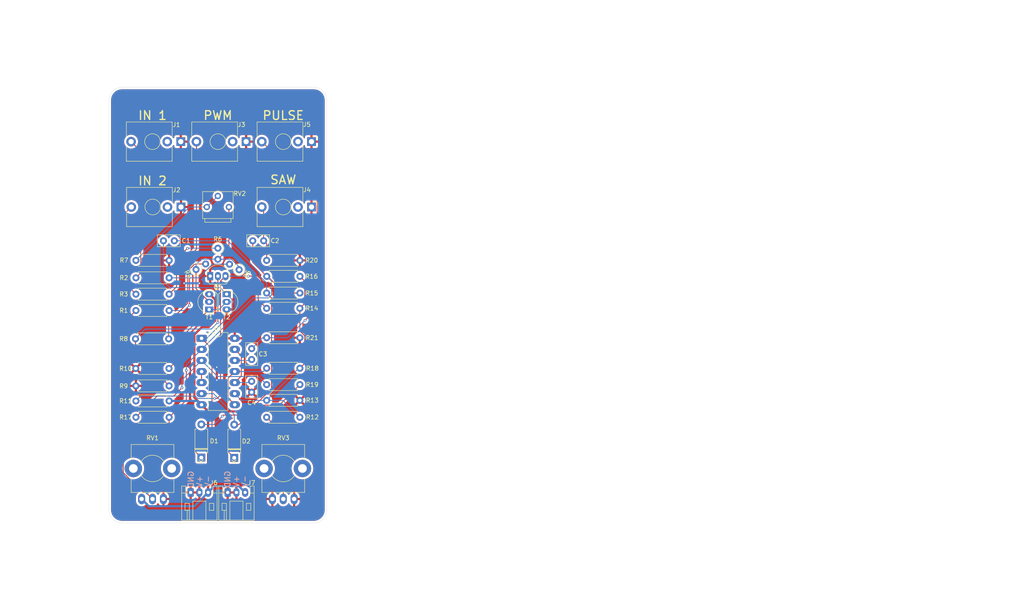
<source format=kicad_pcb>
(kicad_pcb (version 20241229) (generator "pcbnew") (generator_version "9.0")
  (layers (0 "F.Cu" signal) (2 "B.Cu" signal) (13 "F.Paste" user) (15 "B.Paste" user) (5 "F.SilkS" user "F.Silkscreen") (7 "B.SilkS" user "B.Silkscreen") (1 "F.Mask" user) (3 "B.Mask" user) (25 "Edge.Cuts" user))
  (net 0 "")
  (net 1 "Net-(D1-A)")
  (net 2 "Net-(D2-K)")
  (net 3 "Net-(D1-K)")
  (net 4 "Net-(C2-Pad2)")
  (net 5 "Net-(C3-Pad1)")
  (net 6 "Net-(C3-Pad2)")
  (net 7 "Net-(D2-A)")
  (net 9 "GND")
  (net 10 "Net-(J1-PadT)")
  (net 11 "Net-(J2-PadT)")
  (net 13 "Net-(J3-PadT)")
  (net 17 "VDD")
  (net 18 "Net-(Q1-B)")
  (net 19 "Net-(Q1-E)")
  (net 20 "Net-(R1-Pad2)")
  (net 21 "Net-(R1-Pad1)")
  (net 22 "Net-(R2-Pad2)")
  (net 23 "Net-(R3-Pad2)")
  (net 24 "Net-(T1-B)")
  (net 25 "Net-(R7-Pad1)")
  (net 26 "Net-(T1-C)")
  (net 27 "VSS")
  (net 28 "Net-(R12-Pad1)")
  (net 29 "Net-(R12-Pad2)")
  (net 30 "Net-(R17-Pad2)")
  (net 31 "Net-(R18-Pad2)")
  (net 32 "Net-(U1-Pad4)")
  (net 33 "Net-(C4-Pad2)")
  (footprint "HackSynth:Potentiometer_Alps_RK09K_Horizontal" (layer "F.Cu") (at 90 137.5)
    (property "Reference" "RV3" (at 0 -7 0) (layer "F.SilkS"))
    (property "Value" "PW ADJUST")
    (pad "" np_thru_hole circle (at -4.4 0 90) (size 4 4) (drill 2) (layers "*.Cu" "*.Mask"))
    (pad "" np_thru_hole circle (at 4.4 0 90) (size 4 4) (drill 2) (layers "*.Cu" "*.Mask"))
    (pad "1" thru_hole oval (at 2.500001 7 90) (size 2.4 1.6) (drill 1) (layers "*.Cu" "*.Mask") (net 9 "GND"))
    (pad "2" thru_hole oval (at 0 7 90) (size 2.4 1.6) (drill 1) (layers "*.Cu" "*.Mask") (net 28 "Net-(R12-Pad1)"))
    (pad "3" thru_hole oval (at -2.500001 7 90) (size 2.4 1.6) (drill 1) (layers "*.Cu" "*.Mask") (net 9 "GND"))
  )
  (footprint "HackSynth:TO-92_Inline - Handsolder" (layer "F.Cu") (at 73.73 93.36)
    (property "Reference" "Q1" (at 1.28 2.56 0) (layer "F.SilkS"))
    (property "Value" "NPN")
    (pad "1" thru_hole rect (at -0.5 0) (size 1.35 1.9) (drill 0.75) (layers "*.Cu" "*.Mask") (net 9 "GND"))
    (pad "2" thru_hole oval (at 1.27 0) (size 1.35 1.9) (drill 0.75) (layers "*.Cu" "*.Mask") (net 18 "Net-(Q1-B)"))
    (pad "3" thru_hole oval (at 3 0) (size 1.35 1.9) (drill 0.75) (layers "*.Cu" "*.Mask") (net 19 "Net-(Q1-E)"))
  )
  (footprint "Resistor_THT:R_Axial_DIN0207_L6.3mm_D2.5mm_P7.62mm_Horizontal" (layer "F.Cu") (at 56.19 89.75)
    (property "Reference" "R7" (at -2.74 -0.025 0) (layer "F.SilkS"))
    (property "Value" "1.5k")
    (pad "1" thru_hole circle (at 0 0) (size 1.6 1.6) (drill 0.8) (layers "*.Cu" "*.Mask") (net 25 "Net-(R7-Pad1)"))
    (pad "2" thru_hole oval (at 7.62 0) (size 1.6 1.6) (drill 0.8) (layers "*.Cu" "*.Mask") (net 9 "GND"))
  )
  (footprint "Resistor_THT:R_Axial_DIN0207_L6.3mm_D2.5mm_P7.62mm_Horizontal" (layer "F.Cu") (at 56.19 97.5)
    (property "Reference" "R3" (at -2.79 0 0) (layer "F.SilkS"))
    (property "Value" "100k")
    (pad "1" thru_hole circle (at 0 0) (size 1.6 1.6) (drill 0.8) (layers "*.Cu" "*.Mask") (net 11 "Net-(J2-PadT)"))
    (pad "2" thru_hole oval (at 7.62 0) (size 1.6 1.6) (drill 0.8) (layers "*.Cu" "*.Mask") (net 23 "Net-(R3-Pad2)"))
  )
  (footprint "HackSynth:Jack_3.5mm" (layer "F.Cu") (at 75 62.5 90)
    (property "Reference" "J3" (at 3.9 5.425 180) (layer "F.SilkS"))
    (property "Value" "PWM")
    (pad "G" thru_hole rect (at 0 6.48 90) (size 2 2) (drill 1.2) (layers "*.Cu" "*.Mask") (net 9 "GND"))
    (pad "S" thru_hole circle (at 0 3.38 90) (size 2.2 2.2) (drill 1.2) (layers "*.Cu" "*.Mask"))
    (pad "T" thru_hole circle (at 0 -4.92 90) (size 2.2 2.2) (drill 1.2) (layers "*.Cu" "*.Mask") (net 13 "Net-(J3-PadT)"))
    (zone (net 0) (net_name "") (layer "F.Cu") (connect_pads (clearance 0)) (min_thickness 0.254)
      (keepout (tracks not_allowed) (vias not_allowed) (pads not_allowed) (copperpour not_allowed) (footprints not_allowed))
      (fill (thermal_gap 0.508) (thermal_bridge_width 0.508))
      (polygon (pts (xy 75 64.005141) (xy 75.245829 63.98493) (xy 75.485055 63.924841) (xy 75.711256 63.826486) (xy 75.918355 63.692508) (xy 76.10079 63.526504) (xy 76.253664 63.332932) (xy 76.372869 63.116992) (xy 76.455206 62.884482) (xy 76.498461 62.641646) (xy 76.501475 62.395007) (xy 76.464165 62.151187) (xy 76.387534 61.916734) (xy 76.27364 61.697946) (xy 76.125542 61.500697) (xy 75.947216 61.330286) (xy 75.743452 61.191288) (xy 75.519722 61.087436) (xy 75.282035 61.021519) (xy 75.036774 60.995308) (xy 74.790525 61.009507) (xy 74.549901 61.063734) (xy 74.321366 61.156532) (xy 74.111055 61.285411) (xy 73.924618 61.446908) (xy 73.767061 61.636687) (xy 73.642615 61.84965) (xy 73.554623 62.080079) (xy 73.505447 62.321785) (xy 73.496408 62.568278) (xy 73.52775 62.812936) (xy 73.59863 63.049191) (xy 73.707144 63.270697) (xy 73.850379 63.471505) (xy 74.024488 63.646223) (xy 74.224795 63.790158) (xy 74.445921 63.899445) (xy 74.681926 63.971149) (xy 74.926474 64.003344)))
    )
  )
  (footprint "HackSynth:JST_PH_S3B-PH-K_1x03_P2.00mm_Horizontal" (layer "F.Cu") (at 68.75 143)
    (property "Reference" "J6" (at 5.325 -2.225 0) (layer "F.SilkS"))
    (property "Value" "Conn_01x03_Pin")
    (fp_text user "GND" (at 0.05 -5.05 90) (layer "B.SilkS") (effects (font (size 1.27 1.27) (thickness 0.2)) (justify left mirror)))
    (fp_text user "+V" (at 2.05 -3.95 90) (layer "B.SilkS") (effects (font (size 1.27 1.27) (thickness 0.2)) (justify left mirror)))
    (fp_text user "-V" (at 3.975 -3.975 90) (layer "B.SilkS") (effects (font (size 1.27 1.27) (thickness 0.2)) (justify left mirror)))
    (pad "1" thru_hole roundrect (at 0 0) (size 1.4 2) (drill 0.75) (layers "*.Cu" "*.Mask") (roundrect_rratio 0.208333) (net 9 "GND"))
    (pad "2" thru_hole oval (at 2 0) (size 1.4 2) (drill 0.75) (layers "*.Cu" "*.Mask") (net 9 "GND"))
    (pad "3" thru_hole oval (at 4 0) (size 1.4 2) (drill 0.75) (layers "*.Cu" "*.Mask") (net 27 "VSS"))
  )
  (footprint "Resistor_THT:R_Axial_DIN0207_L6.3mm_D2.5mm_P7.62mm_Horizontal" (layer "F.Cu") (at 86.19 107.5)
    (property "Reference" "R21" (at 10.41 0.01 0) (layer "F.SilkS"))
    (property "Value" "100k")
    (pad "1" thru_hole circle (at 0 0) (size 1.6 1.6) (drill 0.8) (layers "*.Cu" "*.Mask") (net 6 "Net-(C3-Pad2)"))
    (pad "2" thru_hole oval (at 7.62 0) (size 1.6 1.6) (drill 0.8) (layers "*.Cu" "*.Mask") (net 9 "GND"))
  )
  (footprint "Capacitor_THT:C_Disc_D5.0mm_W2.5mm_P2.50mm" (layer "F.Cu") (at 82.75 112.5 90)
    (property "Reference" "C3" (at 1.25 2.59 180) (layer "F.SilkS"))
    (property "Value" "220nF")
    (pad "1" thru_hole circle (at 0 0 90) (size 1.6 1.6) (drill 0.8) (layers "*.Cu" "*.Mask") (net 5 "Net-(C3-Pad1)"))
    (pad "2" thru_hole circle (at 2.5 0 90) (size 1.6 1.6) (drill 0.8) (layers "*.Cu" "*.Mask") (net 6 "Net-(C3-Pad2)"))
  )
  (footprint "Resistor_THT:R_Axial_DIN0207_L6.3mm_D2.5mm_P2.54mm_Vertical" (layer "F.Cu") (at 79.874997 91.8925 150)
    (property "Reference" "R5" (at -2.15255 0.02168 240) (layer "F.SilkS"))
    (property "Value" "10k NTC")
    (pad "1" thru_hole circle (at 0 0 150) (size 1.6 1.6) (drill 0.8) (layers "*.Cu" "*.Mask") (net 24 "Net-(T1-B)"))
    (pad "2" thru_hole oval (at 2.54 0 150) (size 1.6 1.6) (drill 0.8) (layers "*.Cu" "*.Mask") (net 22 "Net-(R2-Pad2)"))
  )
  (footprint "HackSynth:Jack_3.5mm" (layer "F.Cu") (at 60 62.5 90)
    (property "Reference" "J1" (at 3.875 5.5 180) (layer "F.SilkS"))
    (property "Value" "CV IN 1")
    (pad "G" thru_hole rect (at 0 6.48 90) (size 2 2) (drill 1.2) (layers "*.Cu" "*.Mask") (net 9 "GND"))
    (pad "S" thru_hole circle (at 0 3.38 90) (size 2.2 2.2) (drill 1.2) (layers "*.Cu" "*.Mask"))
    (pad "T" thru_hole circle (at 0 -4.92 90) (size 2.2 2.2) (drill 1.2) (layers "*.Cu" "*.Mask") (net 10 "Net-(J1-PadT)"))
    (zone (net 0) (net_name "") (layer "F.Cu") (connect_pads (clearance 0)) (min_thickness 0.254)
      (keepout (tracks not_allowed) (vias not_allowed) (pads not_allowed) (copperpour not_allowed) (footprints not_allowed))
      (fill (thermal_gap 0.508) (thermal_bridge_width 0.508))
      (polygon (pts (xy 60 64.005141) (xy 60.245829 63.98493) (xy 60.485055 63.924841) (xy 60.711256 63.826486) (xy 60.918355 63.692508) (xy 61.10079 63.526504) (xy 61.253664 63.332932) (xy 61.372869 63.116992) (xy 61.455206 62.884482) (xy 61.498461 62.641646) (xy 61.501475 62.395007) (xy 61.464165 62.151187) (xy 61.387534 61.916734) (xy 61.27364 61.697946) (xy 61.125542 61.500697) (xy 60.947216 61.330286) (xy 60.743452 61.191288) (xy 60.519722 61.087436) (xy 60.282035 61.021519) (xy 60.036774 60.995308) (xy 59.790525 61.009507) (xy 59.549901 61.063734) (xy 59.321366 61.156532) (xy 59.111055 61.285411) (xy 58.924618 61.446908) (xy 58.767061 61.636687) (xy 58.642615 61.84965) (xy 58.554623 62.080079) (xy 58.505447 62.321785) (xy 58.496408 62.568278) (xy 58.52775 62.812936) (xy 58.59863 63.049191) (xy 58.707144 63.270697) (xy 58.850379 63.471505) (xy 59.024488 63.646223) (xy 59.224795 63.790158) (xy 59.445921 63.899445) (xy 59.681926 63.971149) (xy 59.926474 64.003344)))
    )
  )
  (footprint "Resistor_THT:R_Axial_DIN0207_L6.3mm_D2.5mm_P7.62mm_Horizontal" (layer "F.Cu") (at 86.193333 89.75)
    (property "Reference" "R20" (at 10.326667 -0.01 0) (layer "F.SilkS"))
    (property "Value" "100k")
    (pad "1" thru_hole circle (at 0 0) (size 1.6 1.6) (drill 0.8) (layers "*.Cu" "*.Mask") (net 4 "Net-(C2-Pad2)"))
    (pad "2" thru_hole oval (at 7.62 0) (size 1.6 1.6) (drill 0.8) (layers "*.Cu" "*.Mask") (net 9 "GND"))
  )
  (footprint "Resistor_THT:R_Axial_DIN0207_L6.3mm_D2.5mm_P7.62mm_Horizontal" (layer "F.Cu") (at 56.19 122)
    (property "Reference" "R11" (at -2.365 0 0) (layer "F.SilkS"))
    (property "Value" "10k")
    (pad "1" thru_hole circle (at 0 0) (size 1.6 1.6) (drill 0.8) (layers "*.Cu" "*.Mask") (net 19 "Net-(Q1-E)"))
    (pad "2" thru_hole oval (at 7.62 0) (size 1.6 1.6) (drill 0.8) (layers "*.Cu" "*.Mask") (net 27 "VSS"))
  )
  (footprint "Resistor_THT:R_Axial_DIN0207_L6.3mm_D2.5mm_P7.62mm_Horizontal" (layer "F.Cu") (at 86.19 125.75)
    (property "Reference" "R12" (at 10.5 -0.03 0) (layer "F.SilkS"))
    (property "Value" "100k")
    (pad "1" thru_hole circle (at 0 0) (size 1.6 1.6) (drill 0.8) (layers "*.Cu" "*.Mask") (net 28 "Net-(R12-Pad1)"))
    (pad "2" thru_hole oval (at 7.62 0) (size 1.6 1.6) (drill 0.8) (layers "*.Cu" "*.Mask") (net 29 "Net-(R12-Pad2)"))
  )
  (footprint "Capacitor_THT:C_Disc_D5.0mm_W2.5mm_P2.50mm" (layer "F.Cu") (at 62.5 85.25)
    (property "Reference" "C1" (at 5.19 0.01 0) (layer "F.SilkS"))
    (property "Value" "2.2nF")
    (pad "1" thru_hole circle (at 0 0) (size 1.6 1.6) (drill 0.8) (layers "*.Cu" "*.Mask") (net 2 "Net-(D2-K)"))
    (pad "2" thru_hole circle (at 2.5 0) (size 1.6 1.6) (drill 0.8) (layers "*.Cu" "*.Mask") (net 1 "Net-(D1-A)"))
  )
  (footprint "Resistor_THT:R_Axial_DIN0207_L6.3mm_D2.5mm_P7.62mm_Horizontal" (layer "F.Cu") (at 86.21 93.41)
    (property "Reference" "R16" (at 10.29 0.015 0) (layer "F.SilkS"))
    (property "Value" "47k")
    (pad "1" thru_hole circle (at 0 0) (size 1.6 1.6) (drill 0.8) (layers "*.Cu" "*.Mask") (net 3 "Net-(D1-K)"))
    (pad "2" thru_hole oval (at 7.62 0) (size 1.6 1.6) (drill 0.8) (layers "*.Cu" "*.Mask") (net 29 "Net-(R12-Pad2)"))
  )
  (footprint "Resistor_THT:R_Axial_DIN0207_L6.3mm_D2.5mm_P7.62mm_Horizontal" (layer "F.Cu") (at 63.71 107.75 180)
    (property "Reference" "R8" (at 10.335 0 180) (layer "F.SilkS"))
    (property "Value" "100k")
    (pad "1" thru_hole circle (at 0 0 180) (size 1.6 1.6) (drill 0.8) (layers "*.Cu" "*.Mask") (net 13 "Net-(J3-PadT)"))
    (pad "2" thru_hole oval (at 7.62 0 180) (size 1.6 1.6) (drill 0.8) (layers "*.Cu" "*.Mask") (net 18 "Net-(Q1-B)"))
  )
  (footprint "HackSynth:DIP-14_W7.62mm_LongPads" (layer "F.Cu") (at 71.25 107.63)
    (property "Reference" "U1" (at 3.81 -2.33 0) (layer "F.SilkS"))
    (property "Value" "4069")
    (pad "1" thru_hole roundrect (at 0 0) (size 2.4 1.6) (drill 0.8) (layers "*.Cu" "*.Mask") (roundrect_rratio 0.15625) (net 2 "Net-(D2-K)"))
    (pad "2" thru_hole oval (at 0 2.54) (size 2.4 1.6) (drill 0.8) (layers "*.Cu" "*.Mask") (net 3 "Net-(D1-K)"))
    (pad "3" thru_hole oval (at 0 5.08) (size 2.4 1.6) (drill 0.8) (layers "*.Cu" "*.Mask") (net 30 "Net-(R17-Pad2)"))
    (pad "4" thru_hole oval (at 0 7.62) (size 2.4 1.6) (drill 0.8) (layers "*.Cu" "*.Mask") (net 32 "Net-(U1-Pad4)"))
    (pad "5" thru_hole oval (at 0 10.16) (size 2.4 1.6) (drill 0.8) (layers "*.Cu" "*.Mask") (net 32 "Net-(U1-Pad4)"))
    (pad "6" thru_hole oval (at 0 12.7) (size 2.4 1.6) (drill 0.8) (layers "*.Cu" "*.Mask") (net 7 "Net-(D2-A)"))
    (pad "7" thru_hole oval (at 0 15.24) (size 2.4 1.6) (drill 0.8) (layers "*.Cu" "*.Mask") (net 27 "VSS"))
    (pad "8" thru_hole oval (at 7.62 15.24) (size 2.4 1.6) (drill 0.8) (layers "*.Cu" "*.Mask") (net 31 "Net-(R18-Pad2)"))
    (pad "9" thru_hole oval (at 7.62 12.7) (size 2.4 1.6) (drill 0.8) (layers "*.Cu" "*.Mask") (net 29 "Net-(R12-Pad2)"))
    (pad "10" thru_hole oval (at 7.62 10.16) (size 2.4 1.6) (drill 0.8) (layers "*.Cu" "*.Mask") (net 33 "Net-(C4-Pad2)"))
    (pad "11" thru_hole oval (at 7.62 7.62) (size 2.4 1.6) (drill 0.8) (layers "*.Cu" "*.Mask") (net 31 "Net-(R18-Pad2)"))
    (pad "12" thru_hole oval (at 7.62 5.08) (size 2.4 1.6) (drill 0.8) (layers "*.Cu" "*.Mask") (net 5 "Net-(C3-Pad1)"))
    (pad "13" thru_hole oval (at 7.62 2.54) (size 2.4 1.6) (drill 0.8) (layers "*.Cu" "*.Mask") (net 33 "Net-(C4-Pad2)"))
    (pad "14" thru_hole oval (at 7.62 0) (size 2.4 1.6) (drill 0.8) (layers "*.Cu" "*.Mask") (net 9 "GND"))
  )
  (footprint "Diode_THT:D_A-405_P7.62mm_Horizontal" (layer "F.Cu") (at 71.2 135.01 90)
    (property "Reference" "D1" (at 3.81 2.93 180) (layer "F.SilkS"))
    (property "Value" "D" (hide yes))
    (fp_text user "K" (at -0.79 0 90) (layer "F.SilkS"))
    (pad "1" thru_hole rect (at 0 0 90) (size 1.8 1.8) (drill 0.9) (layers "*.Cu" "*.Mask") (net 3 "Net-(D1-K)"))
    (pad "2" thru_hole oval (at 7.62 0 90) (size 1.8 1.8) (drill 0.9) (layers "*.Cu" "*.Mask") (net 1 "Net-(D1-A)"))
  )
  (footprint "HackSynth:Potentiometer_Alps_RK09K_Horizontal" (layer "F.Cu") (at 60 137.5)
    (property "Reference" "RV1" (at 0 -7 0) (layer "F.SilkS"))
    (property "Value" "R_Potentiometer")
    (pad "" np_thru_hole circle (at -4.4 0 90) (size 4 4) (drill 2) (layers "*.Cu" "*.Mask"))
    (pad "" np_thru_hole circle (at 4.4 0 90) (size 4 4) (drill 2) (layers "*.Cu" "*.Mask"))
    (pad "1" thru_hole oval (at 2.500001 7 90) (size 2.4 1.6) (drill 1) (layers "*.Cu" "*.Mask") (net 9 "GND"))
    (pad "2" thru_hole oval (at 0 7 90) (size 2.4 1.6) (drill 1) (layers "*.Cu" "*.Mask") (net 21 "Net-(R1-Pad1)"))
    (pad "3" thru_hole oval (at -2.500001 7 90) (size 2.4 1.6) (drill 1) (layers "*.Cu" "*.Mask") (net 27 "VSS"))
  )
  (footprint "Resistor_THT:R_Axial_DIN0207_L6.3mm_D2.5mm_P7.62mm_Horizontal" (layer "F.Cu") (at 86.193333 118.25)
    (property "Reference" "R19" (at 10.436667 0.02 0) (layer "F.SilkS"))
    (property "Value" "R")
    (pad "1" thru_hole circle (at 0 0) (size 1.6 1.6) (drill 0.8) (layers "*.Cu" "*.Mask") (net 30 "Net-(R17-Pad2)"))
    (pad "2" thru_hole oval (at 7.62 0) (size 1.6 1.6) (drill 0.8) (layers "*.Cu" "*.Mask") (net 7 "Net-(D2-A)"))
  )
  (footprint "Capacitor_THT:C_Disc_D5.0mm_W2.5mm_P2.50mm" (layer "F.Cu") (at 82.75 120 90)
    (property "Reference" "C4" (at -2.42 0 180) (layer "F.SilkS"))
    (property "Value" "220nF")
    (pad "1" thru_hole circle (at 0 0 90) (size 1.6 1.6) (drill 0.8) (layers "*.Cu" "*.Mask") (net 9 "GND"))
    (pad "2" thru_hole circle (at 2.5 0 90) (size 1.6 1.6) (drill 0.8) (layers "*.Cu" "*.Mask") (net 33 "Net-(C4-Pad2)"))
  )
  (footprint "Resistor_THT:R_Axial_DIN0207_L6.3mm_D2.5mm_P7.62mm_Horizontal" (layer "F.Cu") (at 93.81 121.87 180)
    (property "Reference" "R13" (at -2.85 0.02 0) (layer "F.SilkS"))
    (property "Value" "68k")
    (pad "1" thru_hole circle (at 0 0 180) (size 1.6 1.6) (drill 0.8) (layers "*.Cu" "*.Mask") (net 9 "GND"))
    (pad "2" thru_hole oval (at 7.62 0 180) (size 1.6 1.6) (drill 0.8) (layers "*.Cu" "*.Mask") (net 29 "Net-(R12-Pad2)"))
  )
  (footprint "Capacitor_THT:C_Disc_D5.0mm_W2.5mm_P2.50mm" (layer "F.Cu") (at 83 85.25)
    (property "Reference" "C2" (at 5.09 0 0) (layer "F.SilkS"))
    (property "Value" "220nF")
    (pad "1" thru_hole circle (at 0 0) (size 1.6 1.6) (drill 0.8) (layers "*.Cu" "*.Mask") (net 3 "Net-(D1-K)"))
    (pad "2" thru_hole circle (at 2.5 0) (size 1.6 1.6) (drill 0.8) (layers "*.Cu" "*.Mask") (net 4 "Net-(C2-Pad2)"))
  )
  (footprint "HackSynth:TO-92_Inline - Handsolder" (layer "F.Cu") (at 77 98 -90)
    (property "Reference" "T2" (at 4.76 0 180) (layer "F.SilkS"))
    (property "Value" "NPN")
    (pad "1" thru_hole rect (at -0.5 0 270) (size 1.35 1.9) (drill 0.75) (layers "*.Cu" "*.Mask") (net 2 "Net-(D2-K)"))
    (pad "2" thru_hole oval (at 1.27 0 270) (size 1.35 1.9) (drill 0.75) (layers "*.Cu" "*.Mask") (net 26 "Net-(T1-C)"))
    (pad "3" thru_hole oval (at 3 0 270) (size 1.35 1.9) (drill 0.75) (layers "*.Cu" "*.Mask") (net 9 "GND"))
  )
  (footprint "HackSynth:Jack_3.5mm" (layer "F.Cu") (at 90 77.5 90)
    (property "Reference" "J4" (at 3.925 5.45 180) (layer "F.SilkS"))
    (property "Value" "SAW OUT")
    (pad "G" thru_hole rect (at 0 6.48 90) (size 2 2) (drill 1.2) (layers "*.Cu" "*.Mask") (net 9 "GND"))
    (pad "S" thru_hole circle (at 0 3.38 90) (size 2.2 2.2) (drill 1.2) (layers "*.Cu" "*.Mask"))
    (pad "T" thru_hole circle (at 0 -4.92 90) (size 2.2 2.2) (drill 1.2) (layers "*.Cu" "*.Mask") (net 4 "Net-(C2-Pad2)"))
    (zone (net 0) (net_name "") (layer "F.Cu") (connect_pads (clearance 0)) (min_thickness 0.254)
      (keepout (tracks not_allowed) (vias not_allowed) (pads not_allowed) (copperpour not_allowed) (footprints not_allowed))
      (fill (thermal_gap 0.508) (thermal_bridge_width 0.508))
      (polygon (pts (xy 90 79.005141) (xy 90.245829 78.98493) (xy 90.485055 78.924841) (xy 90.711256 78.826486) (xy 90.918355 78.692508) (xy 91.10079 78.526504) (xy 91.253664 78.332932) (xy 91.372869 78.116992) (xy 91.455206 77.884482) (xy 91.498461 77.641646) (xy 91.501475 77.395007) (xy 91.464165 77.151187) (xy 91.387534 76.916734) (xy 91.27364 76.697946) (xy 91.125542 76.500697) (xy 90.947216 76.330286) (xy 90.743452 76.191288) (xy 90.519722 76.087436) (xy 90.282035 76.021519) (xy 90.036774 75.995308) (xy 89.790525 76.009507) (xy 89.549901 76.063734) (xy 89.321366 76.156532) (xy 89.111055 76.285411) (xy 88.924618 76.446908) (xy 88.767061 76.636687) (xy 88.642615 76.84965) (xy 88.554623 77.080079) (xy 88.505447 77.321785) (xy 88.496408 77.568278) (xy 88.52775 77.812936) (xy 88.59863 78.049191) (xy 88.707144 78.270697) (xy 88.850379 78.471505) (xy 89.024488 78.646223) (xy 89.224795 78.790158) (xy 89.445921 78.899445) (xy 89.681926 78.971149) (xy 89.926474 79.003344)))
    )
  )
  (footprint "HackSynth:TO-92_Inline - Handsolder" (layer "F.Cu") (at 73 100.52 90)
    (property "Reference" "T1" (at -2.24 0.01 180) (layer "F.SilkS"))
    (property "Value" "PNP")
    (pad "1" thru_hole rect (at -0.5 0 90) (size 1.35 1.9) (drill 0.75) (layers "*.Cu" "*.Mask") (net 26 "Net-(T1-C)"))
    (pad "2" thru_hole oval (at 1.27 0 90) (size 1.35 1.9) (drill 0.75) (layers "*.Cu" "*.Mask") (net 24 "Net-(T1-B)"))
    (pad "3" thru_hole oval (at 3 0 90) (size 1.35 1.9) (drill 0.75) (layers "*.Cu" "*.Mask") (net 27 "VSS"))
  )
  (footprint "Diode_THT:D_A-405_P7.62mm_Horizontal" (layer "F.Cu") (at 78.75 135.06 90)
    (property "Reference" "D2" (at 3.81 2.76 180) (layer "F.SilkS"))
    (property "Value" "D" (hide yes))
    (fp_text user "K" (at -0.79 0 90) (layer "F.SilkS"))
    (pad "1" thru_hole rect (at 0 0 90) (size 1.8 1.8) (drill 0.9) (layers "*.Cu" "*.Mask") (net 2 "Net-(D2-K)"))
    (pad "2" thru_hole oval (at 7.62 0 90) (size 1.8 1.8) (drill 0.9) (layers "*.Cu" "*.Mask") (net 7 "Net-(D2-A)"))
  )
  (footprint "HackSynth:TrimPot_Bourns_3339S_Horizontal" (layer "F.Cu") (at 75 77.5)
    (property "Reference" "RV2" (at 5 -3.075 0) (layer "F.SilkS"))
    (property "Value" "R_Potentiometer_Trim 1k" (hide yes))
    (pad "1" thru_hole circle (at 2.53 0.005 270) (size 1.44 1.44) (drill 0.8) (layers "*.Cu" "*.Mask") (net 24 "Net-(T1-B)"))
    (pad "2" thru_hole circle (at -0.01 -2.535 270) (size 1.44 1.44) (drill 0.8) (layers "*.Cu" "*.Mask") (net 25 "Net-(R7-Pad1)"))
    (pad "3" thru_hole circle (at -2.55 0.005 270) (size 1.44 1.44) (drill 0.8) (layers "*.Cu" "*.Mask") (net 25 "Net-(R7-Pad1)"))
  )
  (footprint "Resistor_THT:R_Axial_DIN0207_L6.3mm_D2.5mm_P7.62mm_Horizontal" (layer "F.Cu") (at 86.19 100.75)
    (property "Reference" "R14" (at 10.38 -0.01 0) (layer "F.SilkS"))
    (property "Value" "100k")
    (pad "1" thru_hole circle (at 0 0) (size 1.6 1.6) (drill 0.8) (layers "*.Cu" "*.Mask") (net 19 "Net-(Q1-E)"))
    (pad "2" thru_hole oval (at 7.62 0) (size 1.6 1.6) (drill 0.8) (layers "*.Cu" "*.Mask") (net 29 "Net-(R12-Pad2)"))
  )
  (footprint "Resistor_THT:R_Axial_DIN0207_L6.3mm_D2.5mm_P7.62mm_Horizontal" (layer "F.Cu") (at 56.19 93.75)
    (property "Reference" "R2" (at -2.765 0 0) (layer "F.SilkS"))
    (property "Value" "100k")
    (pad "1" thru_hole circle (at 0 0) (size 1.6 1.6) (drill 0.8) (layers "*.Cu" "*.Mask") (net 10 "Net-(J1-PadT)"))
    (pad "2" thru_hole oval (at 7.62 0) (size 1.6 1.6) (drill 0.8) (layers "*.Cu" "*.Mask") (net 22 "Net-(R2-Pad2)"))
  )
  (footprint "Resistor_THT:R_Axial_DIN0207_L6.3mm_D2.5mm_P7.62mm_Horizontal" (layer "F.Cu") (at 93.813333 114.5 180)
    (property "Reference" "R18" (at -2.876667 -0.02 180) (layer "F.SilkS"))
    (property "Value" "100k")
    (pad "1" thru_hole circle (at 0 0 180) (size 1.6 1.6) (drill 0.8) (layers "*.Cu" "*.Mask") (net 29 "Net-(R12-Pad2)"))
    (pad "2" thru_hole oval (at 7.62 0 180) (size 1.6 1.6) (drill 0.8) (layers "*.Cu" "*.Mask") (net 31 "Net-(R18-Pad2)"))
  )
  (footprint "Resistor_THT:R_Axial_DIN0207_L6.3mm_D2.5mm_P7.62mm_Horizontal" (layer "F.Cu") (at 63.8 118.54 180)
    (property "Reference" "R9" (at 10.425 -0.06 180) (layer "F.SilkS"))
    (property "Value" "1M")
    (pad "1" thru_hole circle (at 0 0 180) (size 1.6 1.6) (drill 0.8) (layers "*.Cu" "*.Mask") (net 18 "Net-(Q1-B)"))
    (pad "2" thru_hole oval (at 7.62 0 180) (size 1.6 1.6) (drill 0.8) (layers "*.Cu" "*.Mask") (net 9 "GND"))
  )
  (footprint "Resistor_THT:R_Axial_DIN0207_L6.3mm_D2.5mm_P7.62mm_Horizontal" (layer "F.Cu") (at 63.81 125.75 180)
    (property "Reference" "R17" (at 9.96 0 180) (layer "F.SilkS"))
    (property "Value" "10k")
    (pad "1" thru_hole circle (at 0 0 180) (size 1.6 1.6) (drill 0.8) (layers "*.Cu" "*.Mask") (net 3 "Net-(D1-K)"))
    (pad "2" thru_hole oval (at 7.62 0 180) (size 1.6 1.6) (drill 0.8) (layers "*.Cu" "*.Mask") (net 30 "Net-(R17-Pad2)"))
  )
  (footprint "HackSynth:Module 50x100mm" (layer "F.Cu") (at 75 100)
    (property "Reference" "REF**" (hide yes))
    (property "Value" "Untitled" (hide yes))
    (fp_line (start -24.999999 -47) (end -25 47) (stroke (width 0.05)) (layer "Edge.Cuts"))
    (fp_line (start -21.999999 49.999999) (end 22 50) (stroke (width 0.05)) (layer "Edge.Cuts"))
    (fp_line (start 22 -50) (end -21.999999 -50) (stroke (width 0.05)) (layer "Edge.Cuts"))
    (fp_line (start 25 47) (end 25 -47) (stroke (width 0.05)) (layer "Edge.Cuts"))
    (fp_arc (start -25 -47) (mid -24.12132 -49.12132) (end -22 -50) (stroke (width 0.05)) (layer "Edge.Cuts"))
    (fp_arc (start -22 50) (mid -24.12132 49.12132) (end -25 47) (stroke (width 0.05)) (layer "Edge.Cuts"))
    (fp_arc (start 22 -50) (mid 24.12132 -49.12132) (end 25 -47) (stroke (width 0.05)) (layer "Edge.Cuts"))
    (fp_arc (start 25 47) (mid 24.12132 49.12132) (end 22 50) (stroke (width 0.05)) (layer "Edge.Cuts"))
  )
  (footprint "Resistor_THT:R_Axial_DIN0207_L6.3mm_D2.5mm_P2.54mm_Vertical" (layer "F.Cu") (at 69.985004 91.8425 30)
    (property "Reference" "R4" (at -2.13041 0.01997 120) (layer "F.SilkS"))
    (property "Value" "10k NTC")
    (pad "1" thru_hole circle (at 0 0 30) (size 1.6 1.6) (drill 0.8) (layers "*.Cu" "*.Mask") (net 24 "Net-(T1-B)"))
    (pad "2" thru_hole oval (at 2.54 0 30) (size 1.6 1.6) (drill 0.8) (layers "*.Cu" "*.Mask") (net 20 "Net-(R1-Pad2)"))
  )
  (footprint "Resistor_THT:R_Axial_DIN0207_L6.3mm_D2.5mm_P7.62mm_Horizontal" (layer "F.Cu") (at 56.19 101.25)
    (property "Reference" "R1" (at -2.79 0 0) (layer "F.SilkS"))
    (property "Value" "100k")
    (pad "1" thru_hole circle (at 0 0) (size 1.6 1.6) (drill 0.8) (layers "*.Cu" "*.Mask") (net 21 "Net-(R1-Pad1)"))
    (pad "2" thru_hole oval (at 7.62 0) (size 1.6 1.6) (drill 0.8) (layers "*.Cu" "*.Mask") (net 20 "Net-(R1-Pad2)"))
  )
  (footprint "Resistor_THT:R_Axial_DIN0207_L6.3mm_D2.5mm_P7.62mm_Horizontal" (layer "F.Cu") (at 56.15 114.55)
    (property "Reference" "R10" (at -2.325 0.025 0) (layer "F.SilkS"))
    (property "Value" "1M")
    (pad "1" thru_hole circle (at 0 0) (size 1.6 1.6) (drill 0.8) (layers "*.Cu" "*.Mask") (net 9 "GND"))
    (pad "2" thru_hole oval (at 7.62 0) (size 1.6 1.6) (drill 0.8) (layers "*.Cu" "*.Mask") (net 26 "Net-(T1-C)"))
  )
  (footprint "HackSynth:Jack_3.5mm" (layer "F.Cu") (at 60.05 77.5 90)
    (property "Reference" "J2" (at 3.9 5.475 180) (layer "F.SilkS"))
    (property "Value" "CV IN 2")
    (pad "G" thru_hole rect (at 0 6.48 90) (size 2 2) (drill 1.2) (layers "*.Cu" "*.Mask") (net 9 "GND"))
    (pad "S" thru_hole circle (at 0 3.38 90) (size 2.2 2.2) (drill 1.2) (layers "*.Cu" "*.Mask"))
    (pad "T" thru_hole circle (at 0 -4.92 90) (size 2.2 2.2) (drill 1.2) (layers "*.Cu" "*.Mask") (net 11 "Net-(J2-PadT)"))
    (zone (net 0) (net_name "") (layer "F.Cu") (connect_pads (clearance 0)) (min_thickness 0.254)
      (keepout (tracks not_allowed) (vias not_allowed) (pads not_allowed) (copperpour not_allowed) (footprints not_allowed))
      (fill (thermal_gap 0.508) (thermal_bridge_width 0.508))
      (polygon (pts (xy 60.05 79.005141) (xy 60.295829 78.98493) (xy 60.535055 78.924841) (xy 60.761256 78.826486) (xy 60.968355 78.692508) (xy 61.15079 78.526504) (xy 61.303664 78.332932) (xy 61.422869 78.116992) (xy 61.505206 77.884482) (xy 61.548461 77.641646) (xy 61.551475 77.395007) (xy 61.514165 77.151187) (xy 61.437534 76.916734) (xy 61.32364 76.697946) (xy 61.175542 76.500697) (xy 60.997216 76.330286) (xy 60.793452 76.191288) (xy 60.569722 76.087436) (xy 60.332035 76.021519) (xy 60.086774 75.995308) (xy 59.840525 76.009507) (xy 59.599901 76.063734) (xy 59.371366 76.156532) (xy 59.161055 76.285411) (xy 58.974618 76.446908) (xy 58.817061 76.636687) (xy 58.692615 76.84965) (xy 58.604623 77.080079) (xy 58.555447 77.321785) (xy 58.546408 77.568278) (xy 58.57775 77.812936) (xy 58.64863 78.049191) (xy 58.757144 78.270697) (xy 58.900379 78.471505) (xy 59.074488 78.646223) (xy 59.274795 78.790158) (xy 59.495921 78.899445) (xy 59.731926 78.971149) (xy 59.976474 79.003344)))
    )
  )
  (footprint "Resistor_THT:R_Axial_DIN0207_L6.3mm_D2.5mm_P2.54mm_Vertical" (layer "F.Cu") (at 75 86.955 -90)
    (property "Reference" "R6" (at -2.08 0.025 180) (layer "F.SilkS"))
    (property "Value" "10k NTC")
    (pad "1" thru_hole circle (at 0 0 270) (size 1.6 1.6) (drill 0.8) (layers "*.Cu" "*.Mask") (net 23 "Net-(R3-Pad2)"))
    (pad "2" thru_hole oval (at 2.54 0 270) (size 1.6 1.6) (drill 0.8) (layers "*.Cu" "*.Mask") (net 24 "Net-(T1-B)"))
  )
  (footprint "HackSynth:Jack_3.5mm" (layer "F.Cu") (at 90 62.5 90)
    (property "Reference" "J5" (at 3.925 5.425 180) (layer "F.SilkS"))
    (property "Value" "PULSE OUT")
    (pad "G" thru_hole rect (at 0 6.48 90) (size 2 2) (drill 1.2) (layers "*.Cu" "*.Mask") (net 9 "GND"))
    (pad "S" thru_hole circle (at 0 3.38 90) (size 2.2 2.2) (drill 1.2) (layers "*.Cu" "*.Mask"))
    (pad "T" thru_hole circle (at 0 -4.92 90) (size 2.2 2.2) (drill 1.2) (layers "*.Cu" "*.Mask") (net 6 "Net-(C3-Pad2)"))
    (zone (net 0) (net_name "") (layer "F.Cu") (connect_pads (clearance 0)) (min_thickness 0.254)
      (keepout (tracks not_allowed) (vias not_allowed) (pads not_allowed) (copperpour not_allowed) (footprints not_allowed))
      (fill (thermal_gap 0.508) (thermal_bridge_width 0.508))
      (polygon (pts (xy 90 64.005141) (xy 90.245829 63.98493) (xy 90.485055 63.924841) (xy 90.711256 63.826486) (xy 90.918355 63.692508) (xy 91.10079 63.526504) (xy 91.253664 63.332932) (xy 91.372869 63.116992) (xy 91.455206 62.884482) (xy 91.498461 62.641646) (xy 91.501475 62.395007) (xy 91.464165 62.151187) (xy 91.387534 61.916734) (xy 91.27364 61.697946) (xy 91.125542 61.500697) (xy 90.947216 61.330286) (xy 90.743452 61.191288) (xy 90.519722 61.087436) (xy 90.282035 61.021519) (xy 90.036774 60.995308) (xy 89.790525 61.009507) (xy 89.549901 61.063734) (xy 89.321366 61.156532) (xy 89.111055 61.285411) (xy 88.924618 61.446908) (xy 88.767061 61.636687) (xy 88.642615 61.84965) (xy 88.554623 62.080079) (xy 88.505447 62.321785) (xy 88.496408 62.568278) (xy 88.52775 62.812936) (xy 88.59863 63.049191) (xy 88.707144 63.270697) (xy 88.850379 63.471505) (xy 89.024488 63.646223) (xy 89.224795 63.790158) (xy 89.445921 63.899445) (xy 89.681926 63.971149) (xy 89.926474 64.003344)))
    )
  )
  (footprint "Resistor_THT:R_Axial_DIN0207_L6.3mm_D2.5mm_P7.62mm_Horizontal" (layer "F.Cu") (at 86.193333 97.25)
    (property "Reference" "R15" (at 10.356667 0.02 0) (layer "F.SilkS"))
    (property "Value" "R")
    (pad "1" thru_hole circle (at 0 0) (size 1.6 1.6) (drill 0.8) (layers "*.Cu" "*.Mask") (net 1 "Net-(D1-A)"))
    (pad "2" thru_hole oval (at 7.62 0) (size 1.6 1.6) (drill 0.8) (layers "*.Cu" "*.Mask") (net 3 "Net-(D1-K)"))
  )
  (footprint "HackSynth:JST_PH_S3B-PH-K_1x03_P2.00mm_Horizontal" (layer "F.Cu") (at 77.25 143)
    (property "Reference" "J7" (at 5.45 -2.2 0) (layer "F.SilkS"))
    (property "Value" "Conn_01x03_Pin")
    (fp_text user "-V" (at 3.9 -4 90) (layer "B.SilkS") (effects (font (size 1.27 1.27) (thickness 0.2)) (justify left mirror)))
    (fp_text user "GND" (at -0.025 -5.075 90) (layer "B.SilkS") (effects (font (size 1.27 1.27) (thickness 0.2)) (justify left mirror)))
    (fp_text user "+V" (at 2 -3.95 90) (layer "B.SilkS") (effects (font (size 1.27 1.27) (thickness 0.2)) (justify left mirror)))
    (pad "1" thru_hole roundrect (at 0 0) (size 1.4 2) (drill 0.75) (layers "*.Cu" "*.Mask") (roundrect_rratio 0.208333) (net 9 "GND"))
    (pad "2" thru_hole oval (at 2 0) (size 1.4 2) (drill 0.75) (layers "*.Cu" "*.Mask") (net 9 "GND"))
    (pad "3" thru_hole oval (at 4 0) (size 1.4 2) (drill 0.75) (layers "*.Cu" "*.Mask") (net 27 "VSS"))
  )
  (gr_text "IN 2" (at 60 71.5 0) (layer "F.SilkS") (effects (font (size 2 2) (thickness 0.3))))
  (gr_text "PWM" (at 75 56.5 0) (layer "F.SilkS") (effects (font (size 2 2) (thickness 0.3))))
  (gr_text "SAW" (at 90 71.25 0) (layer "F.SilkS") (effects (font (size 2 2) (thickness 0.3))))
  (gr_text "PULSE" (at 90 56.5 0) (layer "F.SilkS") (effects (font (size 2 2) (thickness 0.3))))
  (gr_text "IN 1" (at 60 56.5 0) (layer "F.SilkS") (effects (font (size 2 2) (thickness 0.3))))
  (segment (start 87.294333 119.205667) (end 81.25 125.25) (width 0.2) (layer "F.Cu") (net 1))
  (segment (start 76.25 125.25) (end 76 125.5) (width 0.2) (layer "F.Cu") (net 1))
  (segment (start 81.25 125.25) (end 76.25 125.25) (width 0.2) (layer "F.Cu") (net 1))
  (segment (start 87.294333 98.351) (end 87.294333 119.205667) (width 0.2) (layer "F.Cu") (net 1))
  (segment (start 86.193333 97.25) (end 87.294333 98.351) (width 0.2) (layer "F.Cu") (net 1))
  (via (at 76 125.5) (size 0.6) (drill 0.3) (layers "F.Cu" "B.Cu") (net 1))
  (segment (start 74.11 127.39) (end 71.2 127.39) (width 0.2) (layer "B.Cu") (net 1))
  (segment (start 76 125.5) (end 74.11 127.39) (width 0.2) (layer "B.Cu") (net 1))
  (segment (start 86.193333 94.950383) (end 86.193333 97.25) (width 0.2) (layer "B.Cu") (net 1))
  (segment (start 77.25 85.25) (end 84.5 92.5) (width 0.2) (layer "B.Cu") (net 1))
  (segment (start 84.5 93.25705) (end 86.193333 94.950383) (width 0.2) (layer "B.Cu") (net 1))
  (segment (start 65 85.25) (end 77.25 85.25) (width 0.2) (layer "B.Cu") (net 1))
  (segment (start 84.5 92.5) (end 84.5 93.25705) (width 0.2) (layer "B.Cu") (net 1))
  (segment (start 71.25 107.63) (end 73.649 110.029) (width 0.2) (layer "F.Cu") (net 2))
  (segment (start 73.649 129.959) (end 78.75 135.06) (width 0.2) (layer "F.Cu") (net 2))
  (segment (start 73.649 110.029) (end 73.649 129.959) (width 0.2) (layer "F.Cu") (net 2))
  (segment (start 62.5 94.5) (end 62.5 85.25) (width 0.2) (layer "B.Cu") (net 2))
  (segment (start 78.251 98.751) (end 78.251 101.829) (width 0.2) (layer "B.Cu") (net 2))
  (segment (start 78.251 101.829) (end 72.45 107.63) (width 0.2) (layer "B.Cu") (net 2))
  (segment (start 72.45 107.63) (end 71.25 107.63) (width 0.2) (layer "B.Cu") (net 2))
  (segment (start 77 97.5) (end 75.5 96) (width 0.2) (layer "B.Cu") (net 2))
  (segment (start 75.5 96) (end 64 96) (width 0.2) (layer "B.Cu") (net 2))
  (segment (start 64 96) (end 62.5 94.5) (width 0.2) (layer "B.Cu") (net 2))
  (segment (start 77 97.5) (end 78.251 98.751) (width 0.2) (layer "B.Cu") (net 2))
  (segment (start 86.21 93.41) (end 86.41 93.41) (width 0.2) (layer "F.Cu") (net 3))
  (segment (start 67.75 121.81) (end 63.81 125.75) (width 0.2) (layer "F.Cu") (net 3))
  (segment (start 83 85.25) (end 83 90.2) (width 0.2) (layer "F.Cu") (net 3))
  (segment (start 63.81 125.75) (end 63.81 127.62) (width 0.2) (layer "F.Cu") (net 3))
  (segment (start 86.41 93.41) (end 90.25 97.25) (width 0.2) (layer "F.Cu") (net 3))
  (segment (start 63.81 127.62) (end 71.2 135.01) (width 0.2) (layer "F.Cu") (net 3))
  (segment (start 83 90.2) (end 86.21 93.41) (width 0.2) (layer "F.Cu") (net 3))
  (segment (start 90.25 97.25) (end 93.813333 97.25) (width 0.2) (layer "F.Cu") (net 3))
  (segment (start 67.75 115) (end 67.75 121.81) (width 0.2) (layer "F.Cu") (net 3))
  (via (at 67.75 115) (size 0.6) (drill 0.3) (layers "F.Cu" "B.Cu") (net 3))
  (segment (start 67.75 115) (end 67.75 113.67) (width 0.2) (layer "B.Cu") (net 3))
  (segment (start 87.294333 97.70605) (end 87.294333 94.494333) (width 0.2) (layer "B.Cu") (net 3))
  (segment (start 71.25 110.17) (end 83.069 98.351) (width 0.2) (layer "B.Cu") (net 3))
  (segment (start 67.75 113.67) (end 71.25 110.17) (width 0.2) (layer "B.Cu") (net 3))
  (segment (start 83.069 98.351) (end 86.649383 98.351) (width 0.2) (layer "B.Cu") (net 3))
  (segment (start 87.294333 94.494333) (end 86.21 93.41) (width 0.2) (layer "B.Cu") (net 3))
  (segment (start 86.649383 98.351) (end 87.294333 97.70605) (width 0.2) (layer "B.Cu") (net 3))
  (segment (start 85.5 77.92) (end 85.08 77.5) (width 0.2) (layer "F.Cu") (net 4))
  (segment (start 85.5 85.25) (end 85.5 77.92) (width 0.2) (layer "F.Cu") (net 4))
  (segment (start 86.193333 85.943333) (end 85.5 85.25) (width 0.2) (layer "F.Cu") (net 4))
  (segment (start 86.193333 89.75) (end 86.193333 85.943333) (width 0.2) (layer "F.Cu") (net 4))
  (segment (start 78.87 112.71) (end 82.54 112.71) (width 0.2) (layer "B.Cu") (net 5))
  (segment (start 82.54 112.71) (end 82.75 112.5) (width 0.2) (layer "B.Cu") (net 5))
  (segment (start 97.781 75.201) (end 85.08 62.5) (width 0.2) (layer "F.Cu") (net 6))
  (segment (start 95 103.5) (end 97.781 100.719) (width 0.2) (layer "F.Cu") (net 6))
  (segment (start 97.781 100.719) (end 97.781 75.201) (width 0.2) (layer "F.Cu") (net 6))
  (via (at 95 103.5) (size 0.6) (drill 0.3) (layers "F.Cu" "B.Cu") (net 6))
  (segment (start 82.75 110) (end 85.25 107.5) (width 0.2) (layer "B.Cu") (net 6))
  (segment (start 91 107.5) (end 86.19 107.5) (width 0.2) (layer "B.Cu") (net 6))
  (segment (start 95 103.5) (end 91 107.5) (width 0.2) (layer "B.Cu") (net 6))
  (segment (start 85.25 107.5) (end 86.19 107.5) (width 0.2) (layer "B.Cu") (net 6))
  (segment (start 84.279 122.971) (end 79.81 127.44) (width 0.2) (layer "F.Cu") (net 7))
  (segment (start 79.81 127.44) (end 78.75 127.44) (width 0.2) (layer "F.Cu") (net 7))
  (segment (start 93.813333 118.25) (end 89.092333 122.971) (width 0.2) (layer "F.Cu") (net 7))
  (segment (start 89.092333 122.971) (end 84.279 122.971) (width 0.2) (layer "F.Cu") (net 7))
  (segment (start 78.75 125.081057) (end 78.75 127.44) (width 0.2) (layer "B.Cu") (net 7))
  (segment (start 71.25 120.33) (end 73.998943 120.33) (width 0.2) (layer "B.Cu") (net 7))
  (segment (start 73.998943 120.33) (end 78.75 125.081057) (width 0.2) (layer "B.Cu") (net 7))
  (via (at 70.75 95) (size 0.6) (drill 0.3) (layers "F.Cu" "B.Cu") (net 9))
  (via (at 67.25 95) (size 0.6) (drill 0.3) (layers "F.Cu" "B.Cu") (net 9))
  (segment (start 67.25 95) (end 70.75 95) (width 0.5) (layer "B.Cu") (net 9))
  (segment (start 57.291 64.711) (end 55.08 62.5) (width 0.2) (layer "F.Cu") (net 10))
  (segment (start 56.19 93.75) (end 57.291 92.649) (width 0.2) (layer "F.Cu") (net 10))
  (segment (start 57.291 92.649) (end 57.291 64.711) (width 0.2) (layer "F.Cu") (net 10))
  (segment (start 55.13 77.5) (end 54.030001 78.599999) (width 0.2) (layer "F.Cu") (net 11))
  (segment (start 54.030001 95.340001) (end 56.19 97.5) (width 0.2) (layer "F.Cu") (net 11))
  (segment (start 54.030001 78.599999) (end 54.030001 95.340001) (width 0.2) (layer "F.Cu") (net 11))
  (segment (start 63.71 107.75) (end 63.71 103.940057) (width 0.2) (layer "F.Cu") (net 13))
  (segment (start 68.099 99.551057) (end 68.099 89.151) (width 0.2) (layer "F.Cu") (net 13))
  (segment (start 70.08 87.17) (end 70.08 62.5) (width 0.2) (layer "F.Cu") (net 13))
  (segment (start 63.71 103.940057) (end 68.099 99.551057) (width 0.2) (layer "F.Cu") (net 13))
  (segment (start 68.099 89.151) (end 70.08 87.17) (width 0.2) (layer "F.Cu") (net 13))
  (segment (start 74.75 114.25) (end 74.75 117.25) (width 0.5) (layer "F.Cu") (net 17))
  (via (at 74.75 114.25) (size 0.6) (drill 0.3) (layers "F.Cu" "B.Cu") (net 17))
  (via (at 74.75 117.25) (size 0.6) (drill 0.3) (layers "F.Cu" "B.Cu") (net 17))
  (segment (start 56.09 110.83) (end 63.8 118.54) (width 0.2) (layer "F.Cu") (net 18))
  (segment (start 56.09 107.75) (end 56.09 110.83) (width 0.2) (layer "F.Cu") (net 18))
  (segment (start 75 93.36) (end 75 104) (width 0.2) (layer "F.Cu") (net 18))
  (via (at 75 104) (size 0.6) (drill 0.3) (layers "F.Cu" "B.Cu") (net 18))
  (segment (start 75 104) (end 73.5 105.5) (width 0.2) (layer "B.Cu") (net 18))
  (segment (start 58.34 105.5) (end 56.09 107.75) (width 0.2) (layer "B.Cu") (net 18))
  (segment (start 73.5 105.5) (end 58.34 105.5) (width 0.2) (layer "B.Cu") (net 18))
  (segment (start 74.819 121.431) (end 75.601 120.649) (width 0.2) (layer "F.Cu") (net 19))
  (segment (start 82 93.36) (end 83.11 93.36) (width 0.2) (layer "F.Cu") (net 19))
  (segment (start 84.25 98.81) (end 86.19 100.75) (width 0.2) (layer "F.Cu") (net 19))
  (segment (start 83.11 93.36) (end 84.25 94.5) (width 0.2) (layer "F.Cu") (net 19))
  (segment (start 75.601 94.489) (end 76.73 93.36) (width 0.2) (layer "F.Cu") (net 19))
  (segment (start 84.25 94.5) (end 84.25 98.81) (width 0.2) (layer "F.Cu") (net 19))
  (segment (start 75.601 120.649) (end 75.601 94.489) (width 0.2) (layer "F.Cu") (net 19))
  (segment (start 74.25 121.431) (end 74.819 121.431) (width 0.2) (layer "F.Cu") (net 19))
  (via (at 82 93.36) (size 0.6) (drill 0.3) (layers "F.Cu" "B.Cu") (net 19))
  (via (at 74.25 121.431) (size 0.6) (drill 0.3) (layers "F.Cu" "B.Cu") (net 19))
  (segment (start 57.291 120.899) (end 56.19 122) (width 0.2) (layer "B.Cu") (net 19))
  (segment (start 69.861951 120.899) (end 57.291 120.899) (width 0.2) (layer "B.Cu") (net 19))
  (segment (start 82 93.36) (end 76.73 93.36) (width 0.2) (layer "B.Cu") (net 19))
  (segment (start 70.393951 121.431) (end 69.861951 120.899) (width 0.2) (layer "B.Cu") (net 19))
  (segment (start 74.25 121.431) (end 70.393951 121.431) (width 0.2) (layer "B.Cu") (net 19))
  (segment (start 69.697954 90.5725) (end 68.5 91.770454) (width 0.2) (layer "F.Cu") (net 20))
  (segment (start 68.5 91.770454) (end 68.5 100) (width 0.2) (layer "F.Cu") (net 20))
  (segment (start 72.184709 90.5725) (end 69.697954 90.5725) (width 0.2) (layer "F.Cu") (net 20))
  (via (at 68.5 100) (size 0.6) (drill 0.3) (layers "F.Cu" "B.Cu") (net 20))
  (segment (start 67.25 101.25) (end 63.81 101.25) (width 0.2) (layer "B.Cu") (net 20))
  (segment (start 68.5 100) (end 67.25 101.25) (width 0.2) (layer "B.Cu") (net 20))
  (segment (start 56.19 101.25) (end 53.299 104.141) (width 0.2) (layer "F.Cu") (net 21))
  (segment (start 58.499 142.999) (end 60 144.5) (width 0.2) (layer "F.Cu") (net 21))
  (segment (start 53.299 104.141) (end 53.299 138.453106) (width 0.2) (layer "F.Cu") (net 21))
  (segment (start 57.844894 142.999) (end 58.499 142.999) (width 0.2) (layer "F.Cu") (net 21))
  (segment (start 53.299 138.453106) (end 57.844894 142.999) (width 0.2) (layer "F.Cu") (net 21))
  (segment (start 77.675292 90.6225) (end 73.7405 90.6225) (width 0.2) (layer "B.Cu") (net 22))
  (segment (start 70.613 93.75) (end 63.81 93.75) (width 0.2) (layer "B.Cu") (net 22))
  (segment (start 73.7405 90.6225) (end 70.613 93.75) (width 0.2) (layer "B.Cu") (net 22))
  (segment (start 65.5 89.5) (end 65.5 95.81) (width 0.2) (layer "F.Cu") (net 23))
  (segment (start 68 87) (end 65.5 89.5) (width 0.2) (layer "F.Cu") (net 23))
  (segment (start 65.5 95.81) (end 63.81 97.5) (width 0.2) (layer "F.Cu") (net 23))
  (via (at 68 87) (size 0.6) (drill 0.3) (layers "F.Cu" "B.Cu") (net 23))
  (segment (start 68.045 86.955) (end 68 87) (width 0.2) (layer "B.Cu") (net 23))
  (segment (start 75 86.955) (end 68.045 86.955) (width 0.2) (layer "B.Cu") (net 23))
  (segment (start 77.53 86.965) (end 77.53 77.505) (width 0.2) (layer "F.Cu") (net 24))
  (segment (start 75 89.495) (end 77.53 86.965) (width 0.2) (layer "F.Cu") (net 24))
  (segment (start 69.985004 96.235004) (end 73 99.25) (width 0.2) (layer "F.Cu") (net 24))
  (segment (start 69.985004 91.8425) (end 69.985004 96.235004) (width 0.2) (layer "F.Cu") (net 24))
  (segment (start 75 89.495) (end 78.104842 89.495) (width 0.2) (layer "B.Cu") (net 24))
  (segment (start 74.9765 89.4715) (end 75 89.495) (width 0.2) (layer "B.Cu") (net 24))
  (segment (start 79.874997 91.265155) (end 79.874997 91.8925) (width 0.2) (layer "B.Cu") (net 24))
  (segment (start 71.224634 89.4715) (end 74.9765 89.4715) (width 0.2) (layer "B.Cu") (net 24))
  (segment (start 69.985004 90.71113) (end 71.224634 89.4715) (width 0.2) (layer "B.Cu") (net 24))
  (segment (start 69.985004 91.8425) (end 69.985004 90.71113) (width 0.2) (layer "B.Cu") (net 24))
  (segment (start 78.104842 89.495) (end 79.874997 91.265155) (width 0.2) (layer "B.Cu") (net 24))
  (segment (start 72.45 77.505) (end 74.99 74.965) (width 0.2) (layer "B.Cu") (net 25))
  (segment (start 68.435 77.505) (end 72.45 77.505) (width 0.2) (layer "B.Cu") (net 25))
  (segment (start 56.19 89.75) (end 68.435 77.505) (width 0.2) (layer "B.Cu") (net 25))
  (segment (start 73 101.02) (end 72.98 101.02) (width 0.2) (layer "F.Cu") (net 26))
  (segment (start 66.5 111.82) (end 63.77 114.55) (width 0.2) (layer "F.Cu") (net 26))
  (segment (start 72.98 101.02) (end 66.5 107.5) (width 0.2) (layer "F.Cu") (net 26))
  (segment (start 66.5 107.5) (end 66.5 111.82) (width 0.2) (layer "F.Cu") (net 26))
  (segment (start 73 101.02) (end 75.25 101.02) (width 0.2) (layer "B.Cu") (net 26))
  (segment (start 75.25 101.02) (end 77 99.27) (width 0.2) (layer "B.Cu") (net 26))
  (segment (start 74.401 103.536925) (end 72.901 105.036925) (width 0.5) (layer "F.Cu") (net 27))
  (segment (start 71.25 122.87) (end 72.75 124.37) (width 0.5) (layer "F.Cu") (net 27))
  (segment (start 69.599 106.782708) (end 69.599 121.219) (width 0.5) (layer "F.Cu") (net 27))
  (segment (start 74.401 98.783596) (end 74.401 103.536925) (width 0.5) (layer "F.Cu") (net 27))
  (segment (start 72.901 105.036925) (end 71.344783 105.036925) (width 0.5) (layer "F.Cu") (net 27))
  (segment (start 72.75 124.37) (end 72.75 143) (width 0.5) (layer "F.Cu") (net 27))
  (segment (start 73 97.52) (end 73.137404 97.52) (width 0.5) (layer "F.Cu") (net 27))
  (segment (start 73.137404 97.52) (end 74.401 98.783596) (width 0.5) (layer "F.Cu") (net 27))
  (segment (start 69.599 121.219) (end 71.25 122.87) (width 0.5) (layer "F.Cu") (net 27))
  (segment (start 71.344783 105.036925) (end 69.599 106.782708) (width 0.5) (layer "F.Cu") (net 27))
  (segment (start 79.799 141.549) (end 81.25 143) (width 0.5) (layer "B.Cu") (net 27))
  (segment (start 74.201 141.549) (end 79.799 141.549) (width 0.5) (layer "B.Cu") (net 27))
  (segment (start 59.150999 146.151) (end 69.599 146.151) (width 0.5) (layer "B.Cu") (net 27))
  (segment (start 72.75 143) (end 74.201 141.549) (width 0.5) (layer "B.Cu") (net 27))
  (segment (start 70.38 122) (end 71.25 122.87) (width 0.5) (layer "B.Cu") (net 27))
  (segment (start 63.81 122) (end 70.38 122) (width 0.5) (layer "B.Cu") (net 27))
  (segment (start 57.499999 144.5) (end 59.150999 146.151) (width 0.5) (layer "B.Cu") (net 27))
  (segment (start 69.599 146.151) (end 72.75 143) (width 0.5) (layer "B.Cu") (net 27))
  (segment (start 90 129.56) (end 90 144.5) (width 0.2) (layer "F.Cu") (net 28))
  (segment (start 86.19 125.75) (end 90 129.56) (width 0.2) (layer "F.Cu") (net 28))
  (segment (start 94.914333 94.494333) (end 94.914333 99.645667) (width 0.2) (layer "F.Cu") (net 29))
  (segment (start 94.911 113.402333) (end 93.813333 114.5) (width 0.2) (layer "F.Cu") (net 29))
  (segment (start 93.81 100.75) (end 93.81 105.94295) (width 0.2) (layer "F.Cu") (net 29))
  (segment (start 93.83 93.41) (end 94.914333 94.494333) (width 0.2) (layer "F.Cu") (net 29))
  (segment (start 93.81 105.94295) (end 94.911 107.04395) (width 0.2) (layer "F.Cu") (net 29))
  (segment (start 94.914333 99.645667) (end 93.81 100.75) (width 0.2) (layer "F.Cu") (net 29))
  (segment (start 94.911 107.04395) (end 94.911 113.402333) (width 0.2) (layer "F.Cu") (net 29))
  (segment (start 80.41 121.87) (end 86.19 121.87) (width 0.2) (layer "B.Cu") (net 29))
  (segment (start 86.19 121.87) (end 89.93 121.87) (width 0.2) (layer "B.Cu") (net 29))
  (segment (start 93.56 114.5) (end 93.813333 114.5) (width 0.2) (layer "B.Cu") (net 29))
  (segment (start 86.19 121.87) (end 93.56 114.5) (width 0.2) (layer "B.Cu") (net 29))
  (segment (start 89.93 121.87) (end 93.81 125.75) (width 0.2) (layer "B.Cu") (net 29))
  (segment (start 78.87 120.33) (end 80.41 121.87) (width 0.2) (layer "B.Cu") (net 29))
  (segment (start 66.75 119) (end 64.851 120.899) (width 0.2) (layer "F.Cu") (net 30))
  (segment (start 61.041 120.899) (end 56.19 125.75) (width 0.2) (layer "F.Cu") (net 30))
  (segment (start 64.851 120.899) (end 61.041 120.899) (width 0.2) (layer "F.Cu") (net 30))
  (via (at 66.75 119) (size 0.6) (drill 0.3) (layers "F.Cu" "B.Cu") (net 30))
  (segment (start 74.939 116.399) (end 71.25 112.71) (width 0.2) (layer "B.Cu") (net 30))
  (segment (start 84.342333 116.399) (end 74.939 116.399) (width 0.2) (layer "B.Cu") (net 30))
  (segment (start 66.75 119) (end 66.75 117.21) (width 0.2) (layer "B.Cu") (net 30))
  (segment (start 86.193333 118.25) (end 84.342333 116.399) (width 0.2) (layer "B.Cu") (net 30))
  (segment (start 66.75 117.21) (end 71.25 112.71) (width 0.2) (layer "B.Cu") (net 30))
  (segment (start 78.87 115.25) (end 77.369 116.751) (width 0.2) (layer "F.Cu") (net 31))
  (segment (start 77.369 116.751) (end 77.369 121.369) (width 0.2) (layer "F.Cu") (net 31))
  (segment (start 77.369 121.369) (end 78.87 122.87) (width 0.2) (layer "F.Cu") (net 31))
  (segment (start 78.87 115.25) (end 85.443333 115.25) (width 0.2) (layer "B.Cu") (net 31))
  (segment (start 85.443333 115.25) (end 86.193333 114.5) (width 0.2) (layer "B.Cu") (net 31))
  (segment (start 71.25 115.25) (end 71.25 117.79) (width 0.2) (layer "F.Cu") (net 32))
  (segment (start 78.87 117.79) (end 80.371 116.289) (width 0.2) (layer "F.Cu") (net 33))
  (segment (start 80.371 116.289) (end 80.371 111.671) (width 0.2) (layer "F.Cu") (net 33))
  (segment (start 80.371 111.671) (end 78.87 110.17) (width 0.2) (layer "F.Cu") (net 33))
  (segment (start 78.87 117.79) (end 82.46 117.79) (width 0.2) (layer "B.Cu") (net 33))
  (segment (start 82.46 117.79) (end 82.75 117.5) (width 0.2) (layer "B.Cu") (net 33))
  (zone (net 9) (net_name "GND") (layer "F.Cu") (connect_pads (clearance 0.5)) (min_thickness 0.25) (fill yes (thermal_gap 0.5) (thermal_bridge_width 0.5))
    (polygon (pts (xy 30 35) (xy 255 35) (xy 255 161.25) (xy 30 161.25)))
  )
  (zone (net 17) (net_name "VDD") (layer "B.Cu") (priority 1) (connect_pads (clearance 0.5)) (min_thickness 0.25) (fill yes (thermal_gap 0.5) (thermal_bridge_width 0.5))
    (polygon (pts (xy 25 30) (xy 260 30) (xy 260 166.75) (xy 25 166.75)))
  )
)
</source>
